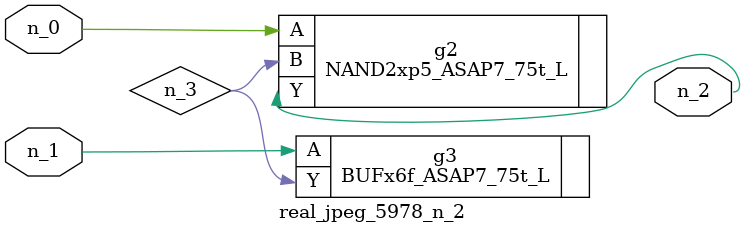
<source format=v>
module real_jpeg_5978_n_2 (n_1, n_0, n_2);

input n_1;
input n_0;

output n_2;

wire n_3;

NAND2xp5_ASAP7_75t_L g2 ( 
.A(n_0),
.B(n_3),
.Y(n_2)
);

BUFx6f_ASAP7_75t_L g3 ( 
.A(n_1),
.Y(n_3)
);


endmodule
</source>
